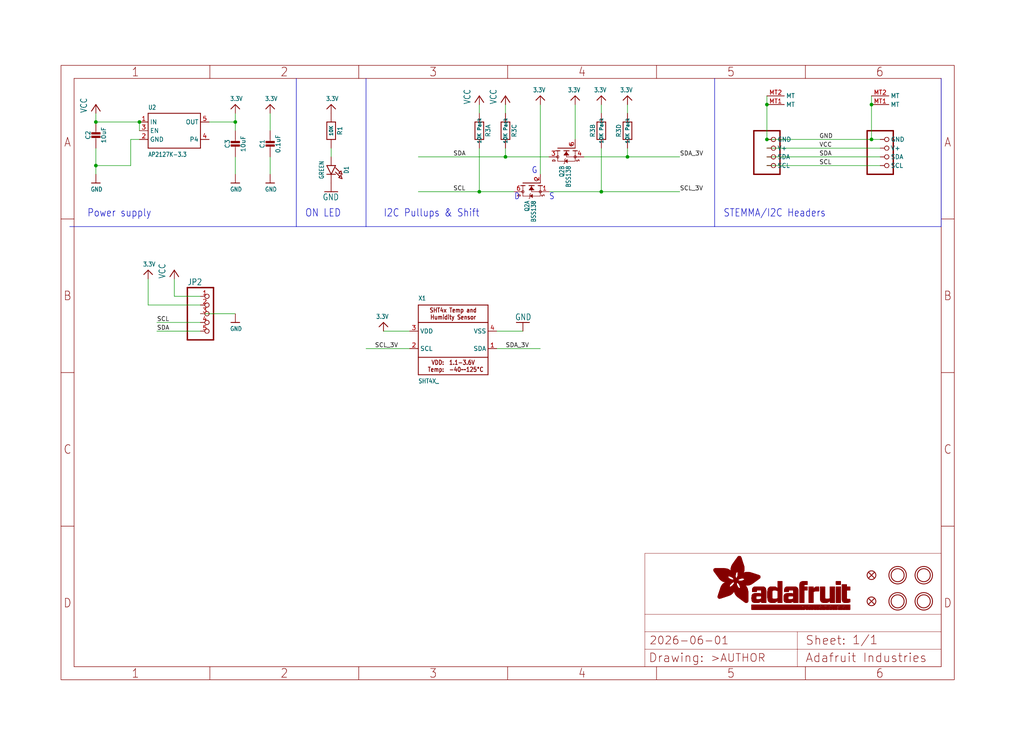
<source format=kicad_sch>
(kicad_sch (version 20230121) (generator eeschema)
  (paper "User" 298.45 217.17)
  (lib_symbols
    (symbol "working-eagle-import:3.3V" (power)
      (property "Value" "3.3V" (at -1.524 1.016 0))
      (symbol "3.3V_1_0"
        (pin power_in line (at 0 -2.54 90) (length 2.54) (name "3.3V") (number "1"))
      )
    )
    (symbol "working-eagle-import:CAP_CERAMIC0603_NO"
      (property "Reference" "C" (at -2.29 1.25 90))
      (symbol "CAP_CERAMIC0603_NO_1_0"
        (pin passive line (at 0 5.08 270) (length 2.54) (name "1") (number "1"))
        (pin passive line (at 0 -2.54 90) (length 2.54) (name "2") (number "2"))
      )
    )
    (symbol "working-eagle-import:CAP_CERAMIC0805-NOOUTLINE"
      (property "Reference" "C" (at -2.29 1.25 90))
      (symbol "CAP_CERAMIC0805-NOOUTLINE_1_0"
        (pin passive line (at 0 5.08 270) (length 2.54) (name "1") (number "1"))
        (pin passive line (at 0 -2.54 90) (length 2.54) (name "2") (number "2"))
      )
    )
    (symbol "working-eagle-import:FIDUCIAL_1MM")
    (symbol "working-eagle-import:FRAME_A4_ADAFRUIT"
      (symbol "FRAME_A4_ADAFRUIT_1_0"
        (text "${#}/${##}" (at 230.505 10.16 0) (effects (font (size 2.54 2.54)) (justify left bottom)))
        (text "${CURRENT_DATE}" (at 171.45 10.16 0) (effects (font (size 2.286 2.286)) (justify left bottom)))
        (text "${PROJECTNAME}" (at 171.45 15.24 0) (effects (font (size 2.54 2.54)) (justify left bottom)))
        (text "1" (at 21.6958 1.905 0) (effects (font (size 2.54 2.286))))
        (text "1" (at 21.6958 177.165 0) (effects (font (size 2.54 2.286))))
        (text "2" (at 65.0875 1.905 0) (effects (font (size 2.54 2.286))))
        (text "2" (at 65.0875 177.165 0) (effects (font (size 2.54 2.286))))
        (text "3" (at 108.4792 1.905 0) (effects (font (size 2.54 2.286))))
        (text "3" (at 108.4792 177.165 0) (effects (font (size 2.54 2.286))))
        (text "4" (at 151.8708 1.905 0) (effects (font (size 2.54 2.286))))
        (text "4" (at 151.8708 177.165 0) (effects (font (size 2.54 2.286))))
        (text "5" (at 195.2625 1.905 0) (effects (font (size 2.54 2.286))))
        (text "5" (at 195.2625 177.165 0) (effects (font (size 2.54 2.286))))
        (text "6" (at 238.6542 1.905 0) (effects (font (size 2.54 2.286))))
        (text "6" (at 238.6542 177.165 0) (effects (font (size 2.54 2.286))))
        (text ">AUTHOR" (at 189.23 5.08 0) (effects (font (size 2.286 2.286)) (justify left bottom)))
        (text "A" (at 1.905 156.6863 0) (effects (font (size 2.54 2.286))))
        (text "A" (at 258.445 156.6863 0) (effects (font (size 2.54 2.286))))
        (text "Adafruit Industries" (at 216.916 4.953 0) (effects (font (size 2.54 2.54)) (justify left bottom)))
        (text "B" (at 1.905 111.9188 0) (effects (font (size 2.54 2.286))))
        (text "B" (at 258.445 111.9188 0) (effects (font (size 2.54 2.286))))
        (text "C" (at 1.905 67.1513 0) (effects (font (size 2.54 2.286))))
        (text "C" (at 258.445 67.1513 0) (effects (font (size 2.54 2.286))))
        (text "D" (at 1.905 22.3838 0) (effects (font (size 2.54 2.286))))
        (text "D" (at 258.445 22.3838 0) (effects (font (size 2.54 2.286))))
        (text "Drawing:" (at 171.196 4.953 0) (effects (font (size 2.54 2.54)) (justify left bottom)))
        (text "Sheet:" (at 216.916 10.033 0) (effects (font (size 2.54 2.54)) (justify left bottom)))
      )
    )
    (symbol "working-eagle-import:GND" (power)
      (property "Value" "GND" (at -1.524 -2.54 0))
      (symbol "GND_1_0"
        (pin power_in line (at 0 2.54 270) (length 2.54) (name "GND") (number "1"))
      )
    )
    (symbol "working-eagle-import:HEADER-1X570MIL"
      (property "Reference" "JP" (at -6.35 8.255 0))
      (symbol "HEADER-1X570MIL_1_0"
        (pin passive inverted (at -2.54 5.08 0) (length 2.54) (name "1") (number "1"))
        (pin passive inverted (at -2.54 2.54 0) (length 2.54) (name "2") (number "2"))
        (pin passive inverted (at -2.54 0 0) (length 2.54) (name "3") (number "3"))
        (pin passive inverted (at -2.54 -2.54 0) (length 2.54) (name "4") (number "4"))
        (pin passive inverted (at -2.54 -5.08 0) (length 2.54) (name "5") (number "5"))
      )
    )
    (symbol "working-eagle-import:LED0603_NOOUTLINE"
      (property "Reference" "D" (at -1.27 4.445 0))
      (symbol "LED0603_NOOUTLINE_1_0"
        (pin passive line (at -5.08 0 0) (length 2.54) (name "A") (number "A"))
        (pin passive line (at 2.54 0 180) (length 2.54) (name "C") (number "C"))
      )
    )
    (symbol "working-eagle-import:MOSFET-N_DUAL"
      (property "Reference" "Q" (at 5.08 0.635 0))
      (symbol "MOSFET-N_DUAL_1_0"
        (text "D" (at 3.175 3.175 0) (effects (font (size 0.8128 0.6908)) (justify left bottom)))
        (text "G" (at -1.27 -1.905 0) (effects (font (size 0.8128 0.6908)) (justify left bottom)))
        (text "S" (at 3.175 -3.81 0) (effects (font (size 0.8128 0.6908)) (justify left bottom)))
        (pin bidirectional line (at 2.54 -5.08 90) (length 2.54) (name "S") (number "1"))
        (pin bidirectional line (at -2.54 -2.54 0) (length 2.54) (name "G") (number "2"))
        (pin bidirectional line (at 2.54 5.08 270) (length 2.54) (name "D") (number "6"))
      )
      (symbol "MOSFET-N_DUAL_2_0"
        (text "D" (at 3.175 3.175 0) (effects (font (size 0.8128 0.6908)) (justify left bottom)))
        (text "G" (at -1.27 -1.905 0) (effects (font (size 0.8128 0.6908)) (justify left bottom)))
        (text "S" (at 3.175 -3.81 0) (effects (font (size 0.8128 0.6908)) (justify left bottom)))
        (pin bidirectional line (at 2.54 5.08 270) (length 2.54) (name "D") (number "3"))
        (pin bidirectional line (at 2.54 -5.08 90) (length 2.54) (name "S") (number "4"))
        (pin bidirectional line (at -2.54 -2.54 0) (length 2.54) (name "G") (number "5"))
      )
    )
    (symbol "working-eagle-import:MOUNTINGHOLE2.5")
    (symbol "working-eagle-import:RESISTOR_0603_NOOUT"
      (property "Reference" "R" (at 0 2.54 0))
      (symbol "RESISTOR_0603_NOOUT_1_0"
        (pin passive line (at -5.08 0 0) (length 2.54) (name "1") (number "1"))
        (pin passive line (at 5.08 0 180) (length 2.54) (name "2") (number "2"))
      )
    )
    (symbol "working-eagle-import:RESISTOR_4PACK"
      (property "Reference" "R" (at 0 2.54 0))
      (symbol "RESISTOR_4PACK_1_0"
        (pin passive line (at -5.08 0 0) (length 2.54) (name "1") (number "1"))
        (pin passive line (at 5.08 0 180) (length 2.54) (name "2") (number "8"))
      )
      (symbol "RESISTOR_4PACK_2_0"
        (pin passive line (at -5.08 0 0) (length 2.54) (name "1") (number "2"))
        (pin passive line (at 5.08 0 180) (length 2.54) (name "2") (number "7"))
      )
      (symbol "RESISTOR_4PACK_3_0"
        (pin passive line (at -5.08 0 0) (length 2.54) (name "1") (number "3"))
        (pin passive line (at 5.08 0 180) (length 2.54) (name "2") (number "6"))
      )
      (symbol "RESISTOR_4PACK_4_0"
        (pin passive line (at -5.08 0 0) (length 2.54) (name "1") (number "4"))
        (pin passive line (at 5.08 0 180) (length 2.54) (name "2") (number "5"))
      )
    )
    (symbol "working-eagle-import:SHT4X_"
      (property "Reference" "X" (at -10.16 11.43 0))
      (symbol "SHT4X__1_0"
        (text "1.1-3.6V\n-40~~125°C" (at -1.27 -7.62 0) (effects (font (size 1.27 1.0795) (thickness 0.2159) bold) (justify left)))
        (text "SHT4x Temp and\nHumidity Sensor" (at 0 7.62 0) (effects (font (size 1.27 1.0795) (thickness 0.2159) bold)))
        (text "VDD:\nTemp:" (at -2.54 -7.62 0) (effects (font (size 1.27 1.0795) (thickness 0.2159) bold) (justify right)))
        (pin bidirectional line (at 12.7 -2.54 180) (length 2.54) (name "SDA") (number "1"))
        (pin bidirectional line (at -12.7 -2.54 0) (length 2.54) (name "SCL") (number "2"))
        (pin power_in line (at -12.7 2.54 0) (length 2.54) (name "VDD") (number "3"))
        (pin power_in line (at 12.7 2.54 180) (length 2.54) (name "VSS") (number "4"))
      )
    )
    (symbol "working-eagle-import:STEMMA_I2C_QT"
      (symbol "STEMMA_I2C_QT_1_0"
        (pin passive inverted (at 0 5.08 0) (length 2.54) (name "GND") (number "1"))
        (pin passive inverted (at 0 2.54 0) (length 2.54) (name "V+") (number "2"))
        (pin passive inverted (at 0 0 0) (length 2.54) (name "SDA") (number "3"))
        (pin passive inverted (at 0 -2.54 0) (length 2.54) (name "SCL") (number "4"))
      )
      (symbol "STEMMA_I2C_QT_2_0"
        (pin bidirectional line (at 0 0 0) (length 5.08) (name "MT") (number "MT1"))
      )
      (symbol "STEMMA_I2C_QT_3_0"
        (pin bidirectional line (at 0 0 0) (length 5.08) (name "MT") (number "MT2"))
      )
    )
    (symbol "working-eagle-import:VCC" (power)
      (property "Value" "VCC" (at -2.54 -2.54 90))
      (symbol "VCC_1_0"
        (pin power_in line (at 0 -2.54 90) (length 2.54) (name "VCC") (number "1"))
      )
    )
    (symbol "working-eagle-import:VREG_SOT23-5"
      (property "Reference" "U" (at -7.62 6.096 0))
      (symbol "VREG_SOT23-5_1_0"
        (pin power_in line (at -10.16 2.54 0) (length 2.54) (name "IN") (number "1"))
        (pin power_in line (at -10.16 -2.54 0) (length 2.54) (name "GND") (number "2"))
        (pin input line (at -10.16 0 0) (length 2.54) (name "EN") (number "3"))
        (pin bidirectional line (at 10.16 -2.54 180) (length 2.54) (name "P4") (number "4"))
        (pin power_in line (at 10.16 2.54 180) (length 2.54) (name "OUT") (number "5"))
      )
    )
    (symbol "working-eagle-import:supply1_GND" (power)
      (property "Value" "supply1_GND" (at -2.54 -2.54 0))
      (symbol "supply1_GND_1_0"
        (pin power_in line (at 0 2.54 270) (length 2.54) (name "GND") (number "1"))
      )
    )
  )
  (junction (at 182.88 45.72))
  (junction (at 147.32 45.72))
  (junction (at 223.52 30.48))
  (junction (at 254 30.48))
  (junction (at 254 40.64))
  (junction (at 223.52 40.64))
  (junction (at 27.94 48.26))
  (junction (at 40.64 35.56))
  (junction (at 175.26 55.88))
  (junction (at 139.7 55.88))
  (junction (at 27.94 35.56))
  (junction (at 68.58 35.56))
  (wire (pts (xy 40.64 40.64) (xy 38.1 40.64)) (stroke (width 0.1524)))
  (wire (pts (xy 50.8 86.36) (xy 50.8 81.28)) (stroke (width 0.1524)))
  (wire (pts (xy 58.42 88.9) (xy 43.18 88.9)) (stroke (width 0.1524)))
  (wire (pts (xy 40.64 35.56) (xy 27.94 35.56)) (stroke (width 0.1524)))
  (wire (pts (xy 96.52 45.72) (xy 96.52 43.18)) (stroke (width 0.1524)))
  (polyline (pts (xy 106.68 66.04) (xy 208.28 66.04)) (stroke (width 0.1524) (type solid)))
  (wire (pts (xy 182.88 45.72) (xy 198.12 45.72)) (stroke (width 0.1524)))
  (wire (pts (xy 152.4 96.52) (xy 144.78 96.52)) (stroke (width 0.1524)))
  (wire (pts (xy 68.58 35.56) (xy 68.58 38.1)) (stroke (width 0.1524)))
  (wire (pts (xy 175.26 43.18) (xy 175.26 55.88)) (stroke (width 0.1524)))
  (wire (pts (xy 254 30.48) (xy 254 40.64)) (stroke (width 0.1524)))
  (wire (pts (xy 60.96 35.56) (xy 68.58 35.56)) (stroke (width 0.1524)))
  (wire (pts (xy 68.58 45.72) (xy 68.58 50.8)) (stroke (width 0.1524)))
  (wire (pts (xy 147.32 43.18) (xy 147.32 45.72)) (stroke (width 0.1524)))
  (polyline (pts (xy 274.32 22.86) (xy 274.32 66.04)) (stroke (width 0.1524) (type solid)))
  (wire (pts (xy 175.26 33.02) (xy 175.26 30.48)) (stroke (width 0.1524)))
  (wire (pts (xy 223.52 27.94) (xy 223.52 30.48)) (stroke (width 0.1524)))
  (wire (pts (xy 223.52 30.48) (xy 223.52 40.64)) (stroke (width 0.1524)))
  (wire (pts (xy 27.94 33.02) (xy 27.94 35.56)) (stroke (width 0.1524)))
  (wire (pts (xy 254 40.64) (xy 223.52 40.64)) (stroke (width 0.1524)))
  (wire (pts (xy 58.42 91.44) (xy 68.58 91.44)) (stroke (width 0.1524)))
  (wire (pts (xy 167.64 40.64) (xy 167.64 30.48)) (stroke (width 0.1524)))
  (polyline (pts (xy 20.32 66.04) (xy 86.36 66.04)) (stroke (width 0.1524) (type solid)))
  (wire (pts (xy 182.88 43.18) (xy 182.88 45.72)) (stroke (width 0.1524)))
  (wire (pts (xy 68.58 35.56) (xy 68.58 33.02)) (stroke (width 0.1524)))
  (wire (pts (xy 223.52 48.26) (xy 256.54 48.26)) (stroke (width 0.1524)))
  (wire (pts (xy 254 27.94) (xy 254 30.48)) (stroke (width 0.1524)))
  (wire (pts (xy 139.7 43.18) (xy 139.7 55.88)) (stroke (width 0.1524)))
  (wire (pts (xy 157.48 50.8) (xy 157.48 30.48)) (stroke (width 0.1524)))
  (polyline (pts (xy 86.36 66.04) (xy 106.68 66.04)) (stroke (width 0.1524) (type solid)))
  (wire (pts (xy 139.7 55.88) (xy 121.92 55.88)) (stroke (width 0.1524)))
  (polyline (pts (xy 106.68 22.86) (xy 106.68 66.04)) (stroke (width 0.1524) (type solid)))
  (wire (pts (xy 256.54 45.72) (xy 223.52 45.72)) (stroke (width 0.1524)))
  (wire (pts (xy 38.1 48.26) (xy 27.94 48.26)) (stroke (width 0.1524)))
  (wire (pts (xy 78.74 33.02) (xy 78.74 38.1)) (stroke (width 0.1524)))
  (polyline (pts (xy 208.28 22.86) (xy 208.28 66.04)) (stroke (width 0.1524) (type solid)))
  (wire (pts (xy 58.42 93.98) (xy 45.72 93.98)) (stroke (width 0.1524)))
  (wire (pts (xy 182.88 33.02) (xy 182.88 30.48)) (stroke (width 0.1524)))
  (wire (pts (xy 27.94 48.26) (xy 27.94 43.18)) (stroke (width 0.1524)))
  (wire (pts (xy 38.1 40.64) (xy 38.1 48.26)) (stroke (width 0.1524)))
  (wire (pts (xy 147.32 45.72) (xy 121.92 45.72)) (stroke (width 0.1524)))
  (wire (pts (xy 149.86 55.88) (xy 139.7 55.88)) (stroke (width 0.1524)))
  (wire (pts (xy 170.18 45.72) (xy 182.88 45.72)) (stroke (width 0.1524)))
  (wire (pts (xy 111.76 96.52) (xy 119.38 96.52)) (stroke (width 0.1524)))
  (wire (pts (xy 160.02 45.72) (xy 147.32 45.72)) (stroke (width 0.1524)))
  (wire (pts (xy 119.38 101.6) (xy 106.68 101.6)) (stroke (width 0.1524)))
  (wire (pts (xy 27.94 48.26) (xy 27.94 50.8)) (stroke (width 0.1524)))
  (wire (pts (xy 58.42 96.52) (xy 45.72 96.52)) (stroke (width 0.1524)))
  (wire (pts (xy 160.02 55.88) (xy 175.26 55.88)) (stroke (width 0.1524)))
  (wire (pts (xy 40.64 38.1) (xy 40.64 35.56)) (stroke (width 0.1524)))
  (polyline (pts (xy 208.28 66.04) (xy 274.32 66.04)) (stroke (width 0.1524) (type solid)))
  (wire (pts (xy 58.42 86.36) (xy 50.8 86.36)) (stroke (width 0.1524)))
  (wire (pts (xy 175.26 55.88) (xy 198.12 55.88)) (stroke (width 0.1524)))
  (wire (pts (xy 256.54 40.64) (xy 254 40.64)) (stroke (width 0.1524)))
  (wire (pts (xy 78.74 45.72) (xy 78.74 50.8)) (stroke (width 0.1524)))
  (wire (pts (xy 139.7 30.48) (xy 139.7 33.02)) (stroke (width 0.1524)))
  (wire (pts (xy 43.18 88.9) (xy 43.18 81.28)) (stroke (width 0.1524)))
  (wire (pts (xy 147.32 33.02) (xy 147.32 30.48)) (stroke (width 0.1524)))
  (wire (pts (xy 223.52 43.18) (xy 256.54 43.18)) (stroke (width 0.1524)))
  (polyline (pts (xy 86.36 22.86) (xy 86.36 66.04)) (stroke (width 0.1524) (type solid)))
  (wire (pts (xy 144.78 101.6) (xy 157.48 101.6)) (stroke (width 0.1524)))
  (text "I2C Pullups & Shift" (at 111.76 63.5 0) (effects (font (size 2.1844 1.8567)) (justify left bottom)))
  (text "D" (at 149.86 58.42 0) (effects (font (size 1.778 1.5113)) (justify left bottom)))
  (text "Power supply" (at 25.4 63.5 0) (effects (font (size 2.1844 1.8567)) (justify left bottom)))
  (text "S" (at 160.02 58.42 0) (effects (font (size 1.778 1.5113)) (justify left bottom)))
  (text "STEMMA/I2C Headers" (at 210.82 63.5 0) (effects (font (size 2.1844 1.8567)) (justify left bottom)))
  (text "G" (at 154.94 50.8 0) (effects (font (size 1.778 1.5113)) (justify left bottom)))
  (text "ON LED" (at 88.9 63.5 0) (effects (font (size 2.1844 1.8567)) (justify left bottom)))
  (label "SDA" (at 132.08 45.72 0) (effects (font (size 1.2446 1.2446))))
  (label "SDA_3V" (at 198.12 45.72 0) (effects (font (size 1.2446 1.2446))))
  (label "SDA" (at 45.72 96.52 0) (effects (font (size 1.2446 1.2446))))
  (label "SCL" (at 238.76 48.26 0) (effects (font (size 1.2446 1.2446))))
  (label "SCL_3V" (at 109.22 101.6 0) (effects (font (size 1.2446 1.2446))))
  (label "SDA" (at 238.76 45.72 0) (effects (font (size 1.2446 1.2446))))
  (label "GND" (at 238.76 40.64 0) (effects (font (size 1.2446 1.2446))))
  (label "SCL" (at 45.72 93.98 0) (effects (font (size 1.2446 1.2446))))
  (label "VCC" (at 238.76 43.18 0) (effects (font (size 1.2446 1.2446))))
  (label "SDA_3V" (at 147.32 101.6 0) (effects (font (size 1.2446 1.2446))))
  (label "SCL" (at 132.08 55.88 0) (effects (font (size 1.2446 1.2446))))
  (label "SCL_3V" (at 198.12 55.88 0) (effects (font (size 1.2446 1.2446))))
  (symbol (lib_id "working-eagle-import:VCC") (at 139.7 27.94 0) (unit 1)
    (property "Reference" "#P+1" (effects hide))
    (property "Value" "VCC" (at 137.16 30.48 90) (effects (font (size 1.778 1.5113)) (justify left bottom)))
  )
  (symbol (lib_id "working-eagle-import:3.3V") (at 182.88 27.94 0) (mirror y) (unit 1)
    (property "Reference" "#U$7" (effects hide))
    (property "Value" "3.3V" (at 184.404 26.924 0) (effects (font (size 1.27 1.0795)) (justify left bottom)))
  )
  (symbol (lib_id "working-eagle-import:SHT4X_") (at 132.08 99.06 0) (unit 1)
    (property "Reference" "X1" (at 121.92 87.63 0) (effects (font (size 1.27 1.0795)) (justify left bottom)))
    (property "Value" "SHT4X_" (at 121.92 111.76 0) (effects (font (size 1.27 1.0795)) (justify left bottom)))
    (property "Footprint" "working:SHT4X" (effects hide))
  )
  (symbol (lib_id "working-eagle-import:VCC") (at 50.8 78.74 0) (unit 1)
    (property "Reference" "#P+4" (effects hide))
    (property "Value" "VCC" (at 48.26 81.28 90) (effects (font (size 1.778 1.5113)) (justify left bottom)))
  )
  (symbol (lib_id "working-eagle-import:FIDUCIAL_1MM") (at 254 175.26 0) (unit 1)
    (property "Reference" "FID3" (effects hide))
    (property "Value" "FIDUCIAL_1MM" (effects hide))
    (property "Footprint" "working:FIDUCIAL_1MM" (effects hide))
  )
  (symbol (lib_id "working-eagle-import:HEADER-1X570MIL") (at 60.96 91.44 0) (unit 1)
    (property "Reference" "JP2" (at 54.61 83.185 0) (effects (font (size 1.778 1.5113)) (justify left bottom)))
    (property "Value" "HEADER-1X570MIL" (effects hide))
    (property "Footprint" "working:1X05_ROUND_70" (effects hide))
  )
  (symbol (lib_id "working-eagle-import:STEMMA_I2C_QT") (at 223.52 45.72 0) (unit 1)
    (property "Reference" "CONN3" (effects hide))
    (property "Value" "STEMMA_I2C_QT" (effects hide))
    (property "Footprint" "working:JST_SH4" (effects hide))
  )
  (symbol (lib_id "working-eagle-import:3.3V") (at 96.52 30.48 0) (unit 1)
    (property "Reference" "#U$3" (effects hide))
    (property "Value" "3.3V" (at 94.996 29.464 0) (effects (font (size 1.27 1.0795)) (justify left bottom)))
  )
  (symbol (lib_id "working-eagle-import:RESISTOR_0603_NOOUT") (at 96.52 38.1 270) (unit 1)
    (property "Reference" "R1" (at 99.06 38.1 0))
    (property "Value" "10K" (at 96.52 38.1 0) (effects (font (size 1.016 1.016) bold)))
    (property "Footprint" "working:0603-NO" (effects hide))
  )
  (symbol (lib_id "working-eagle-import:3.3V") (at 68.58 30.48 0) (unit 1)
    (property "Reference" "#U$15" (effects hide))
    (property "Value" "3.3V" (at 67.056 29.464 0) (effects (font (size 1.27 1.0795)) (justify left bottom)))
  )
  (symbol (lib_id "working-eagle-import:3.3V") (at 43.18 78.74 0) (unit 1)
    (property "Reference" "#U$16" (effects hide))
    (property "Value" "3.3V" (at 41.656 77.724 0) (effects (font (size 1.27 1.0795)) (justify left bottom)))
  )
  (symbol (lib_id "working-eagle-import:STEMMA_I2C_QT") (at 256.54 45.72 0) (unit 1)
    (property "Reference" "CONN4" (effects hide))
    (property "Value" "STEMMA_I2C_QT" (effects hide))
    (property "Footprint" "working:JST_SH4" (effects hide))
  )
  (symbol (lib_id "working-eagle-import:3.3V") (at 78.74 30.48 0) (unit 1)
    (property "Reference" "#U$14" (effects hide))
    (property "Value" "3.3V" (at 77.216 29.464 0) (effects (font (size 1.27 1.0795)) (justify left bottom)))
  )
  (symbol (lib_id "working-eagle-import:MOSFET-N_DUAL") (at 154.94 53.34 90) (mirror x) (unit 1)
    (property "Reference" "Q2" (at 154.305 58.42 0) (effects (font (size 1.27 1.0795)) (justify left bottom)))
    (property "Value" "BSS138" (at 156.21 58.42 0) (effects (font (size 1.27 1.0795)) (justify left bottom)))
    (property "Footprint" "working:SOT363" (effects hide))
  )
  (symbol (lib_id "working-eagle-import:supply1_GND") (at 152.4 93.98 180) (unit 1)
    (property "Reference" "#GND1" (effects hide))
    (property "Value" "GND" (at 154.94 91.44 0) (effects (font (size 1.778 1.5113)) (justify left bottom)))
  )
  (symbol (lib_id "working-eagle-import:FRAME_A4_ADAFRUIT") (at 17.78 198.12 0) (unit 1)
    (property "Reference" "#U$18" (effects hide))
    (property "Value" "FRAME_A4_ADAFRUIT" (effects hide))
  )
  (symbol (lib_id "working-eagle-import:3.3V") (at 167.64 27.94 0) (mirror y) (unit 1)
    (property "Reference" "#U$23" (effects hide))
    (property "Value" "3.3V" (at 169.164 26.924 0) (effects (font (size 1.27 1.0795)) (justify left bottom)))
  )
  (symbol (lib_id "working-eagle-import:GND") (at 68.58 53.34 0) (unit 1)
    (property "Reference" "#U$5" (effects hide))
    (property "Value" "GND" (at 67.056 55.88 0) (effects (font (size 1.27 1.0795)) (justify left bottom)))
  )
  (symbol (lib_id "working-eagle-import:RESISTOR_4PACK") (at 182.88 38.1 90) (mirror x) (unit 4)
    (property "Reference" "R3" (at 180.34 38.1 0))
    (property "Value" "10K Pack" (at 182.88 38.1 0) (effects (font (size 1.016 1.016) bold)))
    (property "Footprint" "working:RESPACK_4X0603" (effects hide))
  )
  (symbol (lib_id "working-eagle-import:CAP_CERAMIC0805-NOOUTLINE") (at 27.94 40.64 0) (unit 1)
    (property "Reference" "C2" (at 25.65 39.39 90))
    (property "Value" "10uF" (at 30.24 39.39 90))
    (property "Footprint" "working:0805-NO" (effects hide))
  )
  (symbol (lib_id "working-eagle-import:FIDUCIAL_1MM") (at 254 167.64 0) (unit 1)
    (property "Reference" "FID4" (effects hide))
    (property "Value" "FIDUCIAL_1MM" (effects hide))
    (property "Footprint" "working:FIDUCIAL_1MM" (effects hide))
  )
  (symbol (lib_id "working-eagle-import:STEMMA_I2C_QT") (at 223.52 27.94 0) (unit 3)
    (property "Reference" "CONN3" (effects hide))
    (property "Value" "STEMMA_I2C_QT" (effects hide))
    (property "Footprint" "working:JST_SH4" (effects hide))
  )
  (symbol (lib_id "working-eagle-import:MOUNTINGHOLE2.5") (at 269.24 167.64 0) (unit 1)
    (property "Reference" "U$19" (effects hide))
    (property "Value" "MOUNTINGHOLE2.5" (effects hide))
    (property "Footprint" "working:MOUNTINGHOLE_2.5_PLATED" (effects hide))
  )
  (symbol (lib_id "working-eagle-import:GND") (at 78.74 53.34 0) (unit 1)
    (property "Reference" "#U$6" (effects hide))
    (property "Value" "GND" (at 77.216 55.88 0) (effects (font (size 1.27 1.0795)) (justify left bottom)))
  )
  (symbol (lib_id "working-eagle-import:MOUNTINGHOLE2.5") (at 261.62 175.26 0) (unit 1)
    (property "Reference" "U$1" (effects hide))
    (property "Value" "MOUNTINGHOLE2.5" (effects hide))
    (property "Footprint" "working:MOUNTINGHOLE_2.5_PLATED" (effects hide))
  )
  (symbol (lib_id "working-eagle-import:STEMMA_I2C_QT") (at 254 27.94 0) (unit 3)
    (property "Reference" "CONN4" (effects hide))
    (property "Value" "STEMMA_I2C_QT" (effects hide))
    (property "Footprint" "working:JST_SH4" (effects hide))
  )
  (symbol (lib_id "working-eagle-import:STEMMA_I2C_QT") (at 254 30.48 0) (unit 2)
    (property "Reference" "CONN4" (effects hide))
    (property "Value" "STEMMA_I2C_QT" (effects hide))
    (property "Footprint" "working:JST_SH4" (effects hide))
  )
  (symbol (lib_id "working-eagle-import:supply1_GND") (at 96.52 55.88 0) (unit 1)
    (property "Reference" "#GND6" (effects hide))
    (property "Value" "GND" (at 93.98 58.42 0) (effects (font (size 1.778 1.5113)) (justify left bottom)))
  )
  (symbol (lib_id "working-eagle-import:MOUNTINGHOLE2.5") (at 269.24 175.26 0) (unit 1)
    (property "Reference" "U$21" (effects hide))
    (property "Value" "MOUNTINGHOLE2.5" (effects hide))
    (property "Footprint" "working:MOUNTINGHOLE_2.5_PLATED" (effects hide))
  )
  (symbol (lib_id "working-eagle-import:RESISTOR_4PACK") (at 175.26 38.1 90) (mirror x) (unit 2)
    (property "Reference" "R3" (at 172.72 38.1 0))
    (property "Value" "10K Pack" (at 175.26 38.1 0) (effects (font (size 1.016 1.016) bold)))
    (property "Footprint" "working:RESPACK_4X0603" (effects hide))
  )
  (symbol (lib_id "working-eagle-import:GND") (at 68.58 93.98 0) (unit 1)
    (property "Reference" "#U$10" (effects hide))
    (property "Value" "GND" (at 67.056 96.52 0) (effects (font (size 1.27 1.0795)) (justify left bottom)))
  )
  (symbol (lib_id "working-eagle-import:CAP_CERAMIC0805-NOOUTLINE") (at 68.58 43.18 0) (unit 1)
    (property "Reference" "C3" (at 66.29 41.93 90))
    (property "Value" "10uF" (at 70.88 41.93 90))
    (property "Footprint" "working:0805-NO" (effects hide))
  )
  (symbol (lib_id "working-eagle-import:VREG_SOT23-5") (at 50.8 38.1 0) (unit 1)
    (property "Reference" "U2" (at 43.18 32.004 0) (effects (font (size 1.27 1.0795)) (justify left bottom)))
    (property "Value" "AP2127K-3.3" (at 43.18 45.72 0) (effects (font (size 1.27 1.0795)) (justify left bottom)))
    (property "Footprint" "working:SOT23-5" (effects hide))
  )
  (symbol (lib_id "working-eagle-import:3.3V") (at 111.76 93.98 0) (mirror y) (unit 1)
    (property "Reference" "#U$2" (effects hide))
    (property "Value" "3.3V" (at 113.284 92.964 0) (effects (font (size 1.27 1.0795)) (justify left bottom)))
  )
  (symbol (lib_id "working-eagle-import:3.3V") (at 175.26 27.94 0) (mirror y) (unit 1)
    (property "Reference" "#U$24" (effects hide))
    (property "Value" "3.3V" (at 176.784 26.924 0) (effects (font (size 1.27 1.0795)) (justify left bottom)))
  )
  (symbol (lib_id "working-eagle-import:VCC") (at 147.32 27.94 0) (unit 1)
    (property "Reference" "#P+2" (effects hide))
    (property "Value" "VCC" (at 144.78 30.48 90) (effects (font (size 1.778 1.5113)) (justify left bottom)))
  )
  (symbol (lib_id "working-eagle-import:LED0603_NOOUTLINE") (at 96.52 50.8 270) (unit 1)
    (property "Reference" "D1" (at 100.965 49.53 0) (effects (font (size 1.27 1.0795))))
    (property "Value" "GREEN" (at 93.726 49.53 0) (effects (font (size 1.27 1.0795))))
    (property "Footprint" "working:CHIPLED_0603_NOOUTLINE" (effects hide))
  )
  (symbol (lib_id "working-eagle-import:MOUNTINGHOLE2.5") (at 261.62 167.64 0) (unit 1)
    (property "Reference" "U$17" (effects hide))
    (property "Value" "MOUNTINGHOLE2.5" (effects hide))
    (property "Footprint" "working:MOUNTINGHOLE_2.5_PLATED" (effects hide))
  )
  (symbol (lib_id "working-eagle-import:CAP_CERAMIC0603_NO") (at 78.74 43.18 0) (unit 1)
    (property "Reference" "C1" (at 76.45 41.93 90))
    (property "Value" "0.1uF" (at 81.04 41.93 90))
    (property "Footprint" "working:0603-NO" (effects hide))
  )
  (symbol (lib_id "working-eagle-import:RESISTOR_4PACK") (at 147.32 38.1 270) (unit 3)
    (property "Reference" "R3" (at 149.86 38.1 0))
    (property "Value" "10K Pack" (at 147.32 38.1 0) (effects (font (size 1.016 1.016) bold)))
    (property "Footprint" "working:RESPACK_4X0603" (effects hide))
  )
  (symbol (lib_id "working-eagle-import:3.3V") (at 157.48 27.94 0) (mirror y) (unit 1)
    (property "Reference" "#U$26" (effects hide))
    (property "Value" "3.3V" (at 159.004 26.924 0) (effects (font (size 1.27 1.0795)) (justify left bottom)))
  )
  (symbol (lib_id "working-eagle-import:VCC") (at 27.94 30.48 0) (unit 1)
    (property "Reference" "#P+3" (effects hide))
    (property "Value" "VCC" (at 25.4 33.02 90) (effects (font (size 1.778 1.5113)) (justify left bottom)))
  )
  (symbol (lib_id "working-eagle-import:STEMMA_I2C_QT") (at 223.52 30.48 0) (unit 2)
    (property "Reference" "CONN3" (effects hide))
    (property "Value" "STEMMA_I2C_QT" (effects hide))
    (property "Footprint" "working:JST_SH4" (effects hide))
  )
  (symbol (lib_id "working-eagle-import:RESISTOR_4PACK") (at 139.7 38.1 270) (unit 1)
    (property "Reference" "R3" (at 142.24 38.1 0))
    (property "Value" "10K Pack" (at 139.7 38.1 0) (effects (font (size 1.016 1.016) bold)))
    (property "Footprint" "working:RESPACK_4X0603" (effects hide))
  )
  (symbol (lib_id "working-eagle-import:MOSFET-N_DUAL") (at 165.1 43.18 90) (mirror x) (unit 2)
    (property "Reference" "Q2" (at 164.465 48.26 0) (effects (font (size 1.27 1.0795)) (justify left bottom)))
    (property "Value" "BSS138" (at 166.37 48.26 0) (effects (font (size 1.27 1.0795)) (justify left bottom)))
    (property "Footprint" "working:SOT363" (effects hide))
  )
  (symbol (lib_id "working-eagle-import:GND") (at 27.94 53.34 0) (unit 1)
    (property "Reference" "#U$13" (effects hide))
    (property "Value" "GND" (at 26.416 55.88 0) (effects (font (size 1.27 1.0795)) (justify left bottom)))
  )
)
</source>
